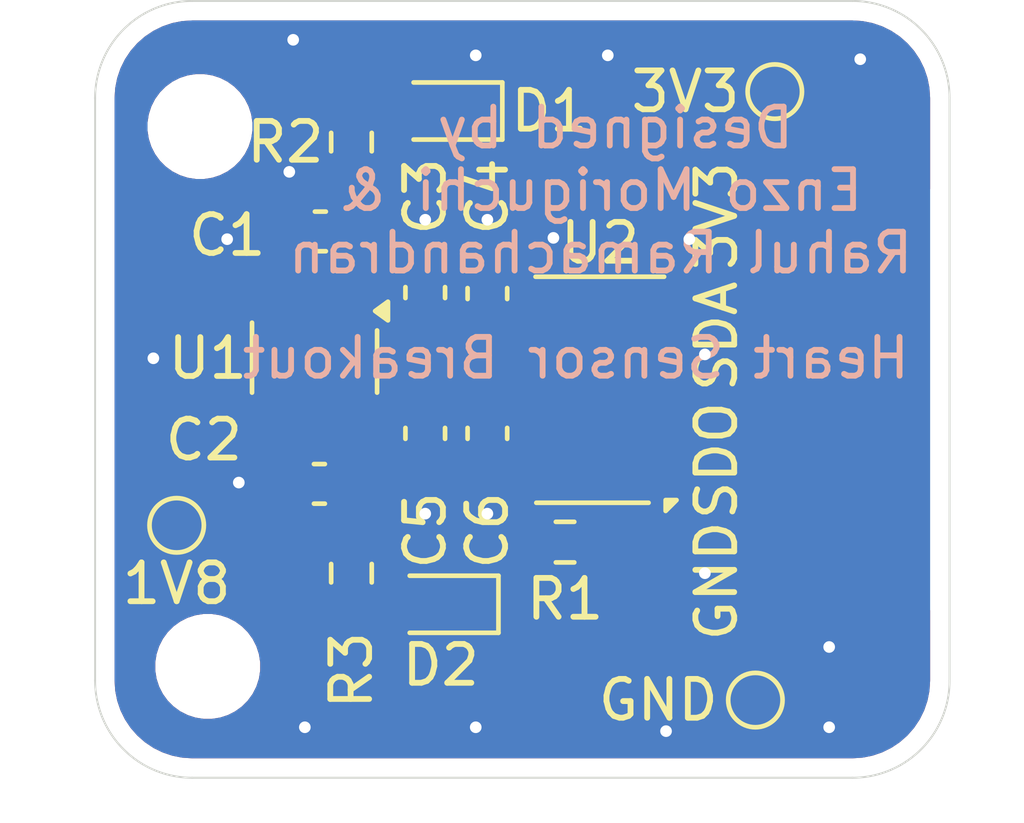
<source format=kicad_pcb>
(kicad_pcb (version 20241229) (generator "pcbnew") (generator_version "9.0")
  (layers (0 "F.Cu" signal) (2 "B.Cu" signal) (13 "F.Paste" user) (15 "B.Paste" user) (5 "F.SilkS" user "F.Silkscreen") (7 "B.SilkS" user "B.Silkscreen") (1 "F.Mask" user) (3 "B.Mask" user) (25 "Edge.Cuts" user))
  (net 0 "")
  (net 1 "+3V3")
  (net 2 "+1V8")
  (net 3 "GND")
  (net 4 "Net-(U2-~{INT})")
  (net 5 "Net-(D1-A)")
  (net 6 "Net-(D2-A)")
  (net 13 "I2C0_SDA")
  (net 15 "I2C0_SCL")
  (footprint "Capacitor_SMD:C_0603_1608Metric" (layer "F.Cu") (at 171 90.008334 90)
    (property "Reference" "C3" (at 2.475 0 90) (layer "F.SilkS"))
    (property "Value" "10u")
    (fp_line (start -0.14058 -0.51) (end 0.14058 -0.51) (stroke (width 0.12)) (layer "F.SilkS"))
    (fp_line (start -0.14058 0.51) (end 0.14058 0.51) (stroke (width 0.12)) (layer "F.SilkS"))
    (pad "1" smd roundrect (at -0.775 0 90) (size 0.9 0.95) (layers "F.Cu" "F.Mask" "F.Paste") (net 1 "+3V3"))
    (pad "2" smd roundrect (at 0.775 0 90) (size 0.9 0.95) (layers "F.Cu" "F.Mask" "F.Paste") (net 3 "GND"))
  )
  (footprint "TestPoint:TestPoint_Pad_D1.0mm" (layer "F.Cu") (at 164.6 96)
    (property "Reference" "1V8" (at 0 1.5 0) (layer "F.SilkS"))
    (property "Value" "TestPoint")
    (fp_circle (center 0 0) (end 0 0.7) (stroke (width 0.12)) (fill no) (layer "F.SilkS"))
    (pad "1" smd circle (at 0 0) (size 1 1) (layers "F.Cu" "F.Mask") (net 2 "+1V8"))
  )
  (footprint "LED_SMD:LED_0603_1608Metric" (layer "F.Cu") (at 171.4 98.033334 180)
    (property "Reference" "D2" (at 0 -1.566666 0) (layer "F.SilkS"))
    (property "Value" "5988E40107F")
    (fp_line (start 0.8 -0.735) (end -1.485 -0.735) (stroke (width 0.12)) (layer "F.SilkS"))
    (fp_line (start -1.485 0.735) (end 0.8 0.735) (stroke (width 0.12)) (layer "F.SilkS"))
    (fp_line (start -1.485 -0.735) (end -1.485 0.735) (stroke (width 0.12)) (layer "F.SilkS"))
    (pad "1" smd roundrect (at -0.7875 0 180) (size 0.875 0.95) (layers "F.Cu" "F.Mask" "F.Paste") (net 3 "GND"))
    (pad "2" smd roundrect (at 0.7875 0 180) (size 0.875 0.95) (layers "F.Cu" "F.Mask" "F.Paste") (net 6 "Net-(D2-A)"))
  )
  (footprint "TestPoint:TestPoint_Pad_D1.0mm" (layer "F.Cu") (at 180 84.833334)
    (property "Reference" "3V3" (at -2.3 0 0) (layer "F.SilkS"))
    (property "Value" "TestPoint")
    (fp_circle (center 0 0) (end 0 0.7) (stroke (width 0.12)) (fill no) (layer "F.SilkS"))
    (pad "1" smd circle (at 0 0) (size 1 1) (layers "F.Cu" "F.Mask") (net 1 "+3V3"))
  )
  (footprint "TestPoint:TestPoint_Pad_D1.0mm" (layer "F.Cu") (at 179.5 100.5)
    (property "Reference" "GND" (at -2.5 0 0) (layer "F.SilkS"))
    (property "Value" "TestPoint")
    (fp_circle (center 0 0) (end 0 0.7) (stroke (width 0.12)) (fill no) (layer "F.SilkS"))
    (pad "1" smd circle (at 0 0) (size 1 1) (layers "F.Cu" "F.Mask") (net 3 "GND"))
  )
  (footprint "Capacitor_SMD:C_0603_1608Metric" (layer "F.Cu") (at 172.6 93.633334 -90)
    (property "Reference" "C6" (at 2.5 0 90) (layer "F.SilkS"))
    (property "Value" "100n")
    (fp_line (start -0.14058 0.51) (end 0.14058 0.51) (stroke (width 0.12)) (layer "F.SilkS"))
    (fp_line (start -0.14058 -0.51) (end 0.14058 -0.51) (stroke (width 0.12)) (layer "F.SilkS"))
    (pad "1" smd roundrect (at -0.775 0 270) (size 0.9 0.95) (layers "F.Cu" "F.Mask" "F.Paste") (net 2 "+1V8"))
    (pad "2" smd roundrect (at 0.775 0 270) (size 0.9 0.95) (layers "F.Cu" "F.Mask" "F.Paste") (net 3 "GND"))
  )
  (footprint "MountingHole:MountingHole_2.2mm_M2" (layer "F.Cu") (at 165.4 99.633334)
    (property "Reference" "H1" (hide yes))
    (property "Value" "MountingHole")
    (pad "" np_thru_hole circle (at 0 0) (size 2.2 2.2) (drill 2.2) (layers "*.Cu" "*.Mask"))
  )
  (footprint "MountingHole:MountingHole_2.2mm_M2" (layer "F.Cu") (at 165.2 85.733334)
    (property "Reference" "H2" (hide yes))
    (property "Value" "MountingHole")
    (pad "" np_thru_hole circle (at 0 0) (size 2.2 2.2) (drill 2.2) (layers "*.Cu" "*.Mask"))
  )
  (footprint "Resistor_SMD:R_0603_1608Metric" (layer "F.Cu") (at 174.6 96.433334 180)
    (property "Reference" "R1" (at 0 -1.466666 0) (layer "F.SilkS"))
    (property "Value" "4k7")
    (fp_line (start -0.237258 0.5225) (end 0.237258 0.5225) (stroke (width 0.12)) (layer "F.SilkS"))
    (fp_line (start -0.237258 -0.5225) (end 0.237258 -0.5225) (stroke (width 0.12)) (layer "F.SilkS"))
    (pad "1" smd roundrect (at -0.825 0 180) (size 0.8 0.95) (layers "F.Cu" "F.Mask" "F.Paste") (net 1 "+3V3"))
    (pad "2" smd roundrect (at 0.825 0 180) (size 0.8 0.95) (layers "F.Cu" "F.Mask" "F.Paste") (net 4 "Net-(U2-~{INT})"))
  )
  (footprint "OptoDevice:Maxim_OLGA-14_3.3x5.6mm_P0.8mm" (layer "F.Cu") (at 175.5 92.5 180)
    (property "Reference" "U2" (at 0 3.766666 0) (layer "F.SilkS"))
    (property "Value" "MAX30102")
    (fp_line (start 1.66 2.9) (end -1.65 2.9) (stroke (width 0.12)) (layer "F.SilkS"))
    (fp_line (start -1.25 -2.92) (end 1.64 -2.92) (stroke (width 0.12)) (layer "F.SilkS"))
    (fp_poly (pts (xy -1.69 -2.85) (xy -1.97 -2.85) (xy -1.69 -3.13) (xy -1.69 -2.85)) (stroke (width 0.12)) (fill yes) (layer "F.SilkS"))
    (pad "1" smd roundrect (at -1.2 -2.4 180) (size 0.75 0.35) (layers "F.Cu" "F.Mask" "F.Paste"))
    (pad "2" smd roundrect (at -1.2 -1.6 180) (size 0.75 0.35) (layers "F.Cu" "F.Mask" "F.Paste") (net 15 "I2C0_SCL"))
    (pad "3" smd roundrect (at -1.2 -0.8 180) (size 0.75 0.35) (layers "F.Cu" "F.Mask" "F.Paste") (net 13 "I2C0_SDA"))
    (pad "4" smd roundrect (at -1.2 0 180) (size 0.75 0.35) (layers "F.Cu" "F.Mask" "F.Paste") (net 3 "GND"))
    (pad "5" smd roundrect (at -1.2 0.8 180) (size 0.75 0.35) (layers "F.Cu" "F.Mask" "F.Paste"))
    (pad "6" smd roundrect (at -1.2 1.6 180) (size 0.75 0.35) (layers "F.Cu" "F.Mask" "F.Paste"))
    (pad "7" smd roundrect (at -1.2 2.4 180) (size 0.75 0.35) (layers "F.Cu" "F.Mask" "F.Paste"))
    (pad "8" smd roundrect (at 1.2 2.4 180) (size 0.75 0.35) (layers "F.Cu" "F.Mask" "F.Paste"))
    (pad "9" smd roundrect (at 1.2 1.6 180) (size 0.75 0.35) (layers "F.Cu" "F.Mask" "F.Paste") (net 1 "+3V3"))
    (pad "10" smd roundrect (at 1.2 0.8 180) (size 0.75 0.35) (layers "F.Cu" "F.Mask" "F.Paste") (net 1 "+3V3"))
    (pad "11" smd roundrect (at 1.2 0 180) (size 0.75 0.35) (layers "F.Cu" "F.Mask" "F.Paste") (net 2 "+1V8"))
    (pad "12" smd roundrect (at 1.2 -0.8 180) (size 0.75 0.35) (layers "F.Cu" "F.Mask" "F.Paste") (net 3 "GND"))
    (pad "13" smd roundrect (at 1.2 -1.6 180) (size 0.75 0.35) (layers "F.Cu" "F.Mask" "F.Paste") (net 4 "Net-(U2-~{INT})"))
    (pad "14" smd roundrect (at 1.2 -2.4 180) (size 0.75 0.35) (layers "F.Cu" "F.Mask" "F.Paste"))
  )
  (footprint "Capacitor_SMD:C_0603_1608Metric" (layer "F.Cu") (at 172.6 90.033334 90)
    (property "Reference" "C4" (at 2.5 0 90) (layer "F.SilkS"))
    (property "Value" "100n")
    (fp_line (start -0.14058 -0.51) (end 0.14058 -0.51) (stroke (width 0.12)) (layer "F.SilkS"))
    (fp_line (start -0.14058 0.51) (end 0.14058 0.51) (stroke (width 0.12)) (layer "F.SilkS"))
    (pad "1" smd roundrect (at -0.775 0 90) (size 0.9 0.95) (layers "F.Cu" "F.Mask" "F.Paste") (net 1 "+3V3"))
    (pad "2" smd roundrect (at 0.775 0 90) (size 0.9 0.95) (layers "F.Cu" "F.Mask" "F.Paste") (net 3 "GND"))
  )
  (footprint "Resistor_SMD:R_0603_1608Metric" (layer "F.Cu") (at 169.1 86.133334 90)
    (property "Reference" "R2" (at 0 -1.7 180) (layer "F.SilkS"))
    (property "Value" "200")
    (fp_line (start -0.237258 -0.5225) (end 0.237258 -0.5225) (stroke (width 0.12)) (layer "F.SilkS"))
    (fp_line (start -0.237258 0.5225) (end 0.237258 0.5225) (stroke (width 0.12)) (layer "F.SilkS"))
    (pad "1" smd roundrect (at -0.825 0 90) (size 0.8 0.95) (layers "F.Cu" "F.Mask" "F.Paste") (net 1 "+3V3"))
    (pad "2" smd roundrect (at 0.825 0 90) (size 0.8 0.95) (layers "F.Cu" "F.Mask" "F.Paste") (net 5 "Net-(D1-A)"))
  )
  (footprint "Resistor_SMD:R_0603_1608Metric" (layer "F.Cu") (at 169.1 97.233334 -90)
    (property "Reference" "R3" (at 2.5 0 90) (layer "F.SilkS"))
    (property "Value" "49.9")
    (fp_line (start -0.237258 0.5225) (end 0.237258 0.5225) (stroke (width 0.12)) (layer "F.SilkS"))
    (fp_line (start -0.237258 -0.5225) (end 0.237258 -0.5225) (stroke (width 0.12)) (layer "F.SilkS"))
    (pad "1" smd roundrect (at -0.825 0 270) (size 0.8 0.95) (layers "F.Cu" "F.Mask" "F.Paste") (net 2 "+1V8"))
    (pad "2" smd roundrect (at 0.825 0 270) (size 0.8 0.95) (layers "F.Cu" "F.Mask" "F.Paste") (net 6 "Net-(D2-A)"))
  )
  (footprint "Connector_JST:JST_SH_SM04B-SRSS-TB_1x04-1MP_P1.00mm_Horizontal" (layer "F.Cu") (at 181.6 94.866667 90)
    (property "Reference" "J1" (hide yes))
    (property "Value" "Conn_01x04_Pin")
    (pad "1" smd roundrect (at -2.5 -0.3 90) (size 2 4) (layers "F.Cu" "F.Mask" "F.Paste") (net 3 "GND"))
    (pad "2" smd roundrect (at 0.566667 -0.3 90) (size 2 4) (layers "F.Cu" "F.Mask" "F.Paste") (net 15 "I2C0_SCL"))
    (pad "3" smd roundrect (at 3.633333 -0.3 90) (size 2 4) (layers "F.Cu" "F.Mask" "F.Paste") (net 13 "I2C0_SDA"))
    (pad "4" smd roundrect (at 6.7 -0.3 90) (size 2 4) (layers "F.Cu" "F.Mask" "F.Paste") (net 1 "+3V3"))
  )
  (footprint "Package_TO_SOT_SMD:SOT-23-5_HandSoldering" (layer "F.Cu") (at 168.15 91.683334 -90)
    (property "Reference" "U1" (at 0.016666 2.75 180) (layer "F.SilkS"))
    (property "Value" "TLV77018PDBVR")
    (fp_line (start -0.9 1.61) (end 0.9 1.61) (stroke (width 0.12)) (layer "F.SilkS"))
    (fp_line (start 0.1 -1.61) (end -0.7 -1.61) (stroke (width 0.12)) (layer "F.SilkS"))
    (fp_line (start 0.1 -1.61) (end 0.9 -1.61) (stroke (width 0.12)) (layer "F.SilkS"))
    (fp_poly (pts (xy -1.2 -1.56) (xy -1.44 -1.89) (xy -0.96 -1.89) (xy -1.2 -1.56)) (stroke (width 0.12)) (fill yes) (layer "F.SilkS"))
    (pad "1" smd roundrect (at -1.35 -0.95 270) (size 1.56 0.65) (layers "F.Cu" "F.Mask" "F.Paste") (net 1 "+3V3"))
    (pad "2" smd roundrect (at -1.35 0 270) (size 1.56 0.65) (layers "F.Cu" "F.Mask" "F.Paste") (net 3 "GND"))
    (pad "3" smd roundrect (at -1.35 0.95 270) (size 1.56 0.65) (layers "F.Cu" "F.Mask" "F.Paste") (net 1 "+3V3"))
    (pad "4" smd roundrect (at 1.35 0.95 270) (size 1.56 0.65) (layers "F.Cu" "F.Mask" "F.Paste"))
    (pad "5" smd roundrect (at 1.35 -0.95 270) (size 1.56 0.65) (layers "F.Cu" "F.Mask" "F.Paste") (net 2 "+1V8"))
  )
  (footprint "Capacitor_SMD:C_0603_1608Metric" (layer "F.Cu") (at 168.275 94.933334 180)
    (property "Reference" "C2" (at 2.975 1.133334 0) (layer "F.SilkS"))
    (property "Value" "0.47u")
    (fp_line (start -0.14058 0.51) (end 0.14058 0.51) (stroke (width 0.12)) (layer "F.SilkS"))
    (fp_line (start -0.14058 -0.51) (end 0.14058 -0.51) (stroke (width 0.12)) (layer "F.SilkS"))
    (pad "1" smd roundrect (at -0.775 0 180) (size 0.9 0.95) (layers "F.Cu" "F.Mask" "F.Paste") (net 2 "+1V8"))
    (pad "2" smd roundrect (at 0.775 0 180) (size 0.9 0.95) (layers "F.Cu" "F.Mask" "F.Paste") (net 3 "GND"))
  )
  (footprint "Capacitor_SMD:C_0603_1608Metric" (layer "F.Cu") (at 168.3 88.433334 180)
    (property "Reference" "C1" (at 2.4 -0.1 0) (layer "F.SilkS"))
    (property "Value" "1u")
    (fp_line (start -0.14058 0.51) (end 0.14058 0.51) (stroke (width 0.12)) (layer "F.SilkS"))
    (fp_line (start -0.14058 -0.51) (end 0.14058 -0.51) (stroke (width 0.12)) (layer "F.SilkS"))
    (pad "1" smd roundrect (at -0.775 0 180) (size 0.9 0.95) (layers "F.Cu" "F.Mask" "F.Paste") (net 1 "+3V3"))
    (pad "2" smd roundrect (at 0.775 0 180) (size 0.9 0.95) (layers "F.Cu" "F.Mask" "F.Paste") (net 3 "GND"))
  )
  (footprint "Capacitor_SMD:C_0603_1608Metric" (layer "F.Cu") (at 171 93.633334 -90)
    (property "Reference" "C5" (at 2.5 0 90) (layer "F.SilkS"))
    (property "Value" "4u7")
    (fp_line (start -0.14058 0.51) (end 0.14058 0.51) (stroke (width 0.12)) (layer "F.SilkS"))
    (fp_line (start -0.14058 -0.51) (end 0.14058 -0.51) (stroke (width 0.12)) (layer "F.SilkS"))
    (pad "1" smd roundrect (at -0.775 0 270) (size 0.9 0.95) (layers "F.Cu" "F.Mask" "F.Paste") (net 2 "+1V8"))
    (pad "2" smd roundrect (at 0.775 0 270) (size 0.9 0.95) (layers "F.Cu" "F.Mask" "F.Paste") (net 3 "GND"))
  )
  (footprint "LED_SMD:LED_0603_1608Metric" (layer "F.Cu") (at 171.5 85.333334 180)
    (property "Reference" "D1" (at -2.7 0 0) (layer "F.SilkS"))
    (property "Value" "LTST-C190KGKT")
    (fp_line (start 0.8 -0.735) (end -1.485 -0.735) (stroke (width 0.12)) (layer "F.SilkS"))
    (fp_line (start -1.485 0.735) (end 0.8 0.735) (stroke (width 0.12)) (layer "F.SilkS"))
    (fp_line (start -1.485 -0.735) (end -1.485 0.735) (stroke (width 0.12)) (layer "F.SilkS"))
    (pad "1" smd roundrect (at -0.7875 0 180) (size 0.875 0.95) (layers "F.Cu" "F.Mask" "F.Paste") (net 3 "GND"))
    (pad "2" smd roundrect (at 0.7875 0 180) (size 0.875 0.95) (layers "F.Cu" "F.Mask" "F.Paste") (net 5 "Net-(D1-A)"))
  )
  (gr_arc (start 184.5 100) (mid 183.767767 101.767767) (end 182 102.5) (stroke (width 0.05)) (layer "Edge.Cuts"))
  (gr_line (start 162.5 85) (end 162.5 100) (stroke (width 0.05)) (layer "Edge.Cuts"))
  (gr_line (start 182 102.5) (end 165 102.5) (stroke (width 0.05)) (layer "Edge.Cuts"))
  (gr_line (start 165 82.5) (end 182 82.5) (stroke (width 0.05)) (layer "Edge.Cuts"))
  (gr_arc (start 182 82.5) (mid 183.767767 83.232233) (end 184.5 85) (stroke (width 0.05)) (layer "Edge.Cuts"))
  (gr_arc (start 165 102.5) (mid 163.232233 101.767767) (end 162.5 100) (stroke (width 0.05)) (layer "Edge.Cuts"))
  (gr_line (start 184.5 85) (end 184.5 100) (stroke (width 0.05)) (layer "Edge.Cuts"))
  (gr_arc (start 162.5 85) (mid 163.232233 83.232233) (end 165 82.5) (stroke (width 0.05)) (layer "Edge.Cuts"))
  (gr_text "GND" (at 178.5 97.433334 90) (layer "F.SilkS") (effects (font (size 1 1))))
  (gr_text "SDA" (at 178.5 91.133334 90) (layer "F.SilkS") (effects (font (size 1 1))))
  (gr_text "3V3" (at 178.5 88.033334 90) (layer "F.SilkS") (effects (font (size 1 1))))
  (gr_text "SDO" (at 178.5 94.333334 90) (layer "F.SilkS") (effects (font (size 1 1))))
  (gr_text "Designed by \nEnzo Moriguchi &\nRahul Ramachandran" (at 175.514 87.376 0) (layer "B.SilkS") (effects (font (size 1 1)) (justify mirror)))
  (gr_text "Heart Sensor Breakout" (at 174.879 91.694 0) (layer "B.SilkS") (effects (font (size 1 1)) (justify mirror)))
  (segment (start 181.3 88.166667) (end 180.091667 86.958334) (width 0.5) (layer "F.Cu") (net 1))
  (segment (start 170.55 90.333334) (end 171 90.783334) (width 0.5) (layer "F.Cu") (net 1))
  (segment (start 180.091667 86.958334) (end 169.1 86.958334) (width 0.5) (layer "F.Cu") (net 1))
  (segment (start 167.2 91.113333) (end 167.2 90.333334) (width 0.5) (layer "F.Cu") (net 1))
  (segment (start 171 90.783334) (end 172.575 90.783334) (width 0.5) (layer "F.Cu") (net 1))
  (segment (start 167.651001 91.564334) (end 167.2 91.113333) (width 0.5) (layer "F.Cu") (net 1))
  (segment (start 172.6 90.808334) (end 174.208334 90.808334) (width 0.5) (layer "F.Cu") (net 1))
  (segment (start 175.425 96.433334) (end 175.425 92.450002) (width 0.25) (layer "F.Cu") (net 1))
  (segment (start 169.1 90.333334) (end 169.1 91.113333) (width 0.5) (layer "F.Cu") (net 1))
  (segment (start 169.075 90.308334) (end 169.1 90.333334) (width 0.5) (layer "F.Cu") (net 1))
  (segment (start 174.208334 90.808334) (end 174.3 90.9) (width 0.5) (layer "F.Cu") (net 1))
  (segment (start 169.1 88.408334) (end 169.075 88.433334) (width 0.5) (layer "F.Cu") (net 1))
  (segment (start 180.091667 86.958334) (end 180 86.866667) (width 0.5) (layer "F.Cu") (net 1))
  (segment (start 169.1 91.113333) (end 168.648999 91.564334) (width 0.5) (layer "F.Cu") (net 1))
  (segment (start 174.3 90.9) (end 174.3 91.7) (width 0.5) (layer "F.Cu") (net 1))
  (segment (start 168.648999 91.564334) (end 167.651001 91.564334) (width 0.5) (layer "F.Cu") (net 1))
  (segment (start 169.1 86.958334) (end 169.1 88.408334) (width 0.5) (layer "F.Cu") (net 1))
  (segment (start 169.1 90.333334) (end 170.55 90.333334) (width 0.5) (layer "F.Cu") (net 1))
  (segment (start 172.575 90.783334) (end 172.6 90.808334) (width 0.5) (layer "F.Cu") (net 1))
  (segment (start 169.075 88.433334) (end 169.075 90.308334) (width 0.5) (layer "F.Cu") (net 1))
  (segment (start 180 86.866667) (end 180 84.833334) (width 0.5) (layer "F.Cu") (net 1))
  (segment (start 174.674998 91.7) (end 174.3 91.7) (width 0.25) (layer "F.Cu") (net 1))
  (segment (start 175.425 92.450002) (end 174.674998 91.7) (width 0.25) (layer "F.Cu") (net 1))
  (segment (start 172.6 92.858334) (end 172.958334 92.5) (width 0.5) (layer "F.Cu") (net 2))
  (segment (start 169.1 93.033334) (end 170.825 93.033334) (width 0.5) (layer "F.Cu") (net 2))
  (segment (start 170.825 93.033334) (end 171 92.858334) (width 0.5) (layer "F.Cu") (net 2))
  (segment (start 169.1 96.408334) (end 169.1 94.983334) (width 0.5) (layer "F.Cu") (net 2))
  (segment (start 172.958334 92.5) (end 174.3 92.5) (width 0.5) (layer "F.Cu") (net 2))
  (segment (start 171 92.858334) (end 172.6 92.858334) (width 0.5) (layer "F.Cu") (net 2))
  (segment (start 169.1 96.408334) (end 168.208334 97.3) (width 0.25) (layer "F.Cu") (net 2))
  (segment (start 169.1 94.983334) (end 169.05 94.933334) (width 0.5) (layer "F.Cu") (net 2))
  (segment (start 165.9 97.3) (end 164.6 96) (width 0.25) (layer "F.Cu") (net 2))
  (segment (start 169.125 95.008334) (end 169.05 94.933334) (width 0.5) (layer "F.Cu") (net 2))
  (segment (start 169.05 93.083334) (end 169.1 93.033334) (width 0.5) (layer "F.Cu") (net 2))
  (segment (start 168.208334 97.3) (end 165.9 97.3) (width 0.25) (layer "F.Cu") (net 2))
  (segment (start 169.05 94.933334) (end 169.05 93.083334) (width 0.5) (layer "F.Cu") (net 2))
  (segment (start 168.15 90.333334) (end 168.15 89.058334) (width 0.25) (layer "F.Cu") (net 3))
  (segment (start 168.15 89.058334) (end 167.525 88.433334) (width 0.25) (layer "F.Cu") (net 3))
  (segment (start 177.3 92.5) (end 178.2 91.6) (width 0.25) (layer "F.Cu") (net 3))
  (segment (start 173.708334 93.3) (end 172.6 94.408334) (width 0.25) (layer "F.Cu") (net 3))
  (segment (start 176.7 92.5) (end 177.3 92.5) (width 0.25) (layer "F.Cu") (net 3))
  (segment (start 174.3 93.3) (end 173.708334 93.3) (width 0.25) (layer "F.Cu") (net 3))
  (via (at 178.2 91.6) (size 0.6) (drill 0.3) (layers "F.Cu" "B.Cu") (net 3))
  (via (at 165.9 88.633334) (size 0.6) (drill 0.3) (layers "F.Cu" "B.Cu") (net 3))
  (via (at 172.3 101.2) (size 0.6) (drill 0.3) (layers "F.Cu" "B.Cu") (net 3))
  (via (at 172.3 83.9) (size 0.6) (drill 0.3) (layers "F.Cu" "B.Cu") (net 3))
  (via (at 167.6 83.5) (size 0.6) (drill 0.3) (layers "F.Cu" "B.Cu") (net 3))
  (via (at 172.6 88.133334) (size 0.6) (drill 0.3) (layers "F.Cu" "B.Cu") (net 3))
  (via (at 181.4 99.133334) (size 0.6) (drill 0.3) (layers "F.Cu" "B.Cu") (net 3))
  (via (at 178.2 97.233334) (size 0.6) (drill 0.3) (layers "F.Cu" "B.Cu") (net 3))
  (via (at 181.4 101.2) (size 0.6) (drill 0.3) (layers "F.Cu" "B.Cu") (net 3))
  (via (at 172.6 95.7) (size 0.6) (drill 0.3) (layers "F.Cu" "B.Cu") (net 3))
  (via (at 171 88.133334) (size 0.6) (drill 0.3) (layers "F.Cu" "B.Cu") (net 3))
  (via (at 177.2 101.3) (size 0.6) (drill 0.3) (layers "F.Cu" "B.Cu") (net 3))
  (via (at 175.7 83.9) (size 0.6) (drill 0.3) (layers "F.Cu" "B.Cu") (net 3))
  (via (at 167.9 101.2) (size 0.6) (drill 0.3) (layers "F.Cu" "B.Cu") (net 3))
  (via (at 174.3 88.6) (size 0.6) (drill 0.3) (layers "F.Cu" "B.Cu") (net 3))
  (via (at 167.5 86.9) (size 0.6) (drill 0.3) (layers "F.Cu" "B.Cu") (net 3))
  (via (at 164 91.7) (size 0.6) (drill 0.3) (layers "F.Cu" "B.Cu") (net 3))
  (via (at 166.2 94.9) (size 0.6) (drill 0.3) (layers "F.Cu" "B.Cu") (net 3))
  (via (at 182.2 84) (size 0.6) (drill 0.3) (layers "F.Cu" "B.Cu") (net 3))
  (via (at 171 95.7) (size 0.6) (drill 0.3) (layers "F.Cu" "B.Cu") (net 3))
  (via (at 177.8 88.633334) (size 0.6) (drill 0.3) (layers "F.Cu" "B.Cu") (net 3))
  (segment (start 173.925001 94.1) (end 173.4 94.625001) (width 0.25) (layer "F.Cu") (net 4))
  (segment (start 173.4 94.625001) (end 173.4 96.058334) (width 0.25) (layer "F.Cu") (net 4))
  (segment (start 174.3 94.1) (end 173.925001 94.1) (width 0.25) (layer "F.Cu") (net 4))
  (segment (start 173.4 96.058334) (end 173.775 96.433334) (width 0.25) (layer "F.Cu") (net 4))
  (segment (start 169.125 85.333334) (end 169.1 85.308334) (width 0.25) (layer "F.Cu") (net 5))
  (segment (start 170.7125 85.333334) (end 169.125 85.333334) (width 0.25) (layer "F.Cu") (net 5))
  (segment (start 170.5875 98.058334) (end 170.6125 98.033334) (width 0.25) (layer "F.Cu") (net 6))
  (segment (start 169.1 98.058334) (end 170.5875 98.058334) (width 0.25) (layer "F.Cu") (net 6))
  (segment (start 178.2 93.3) (end 176.7 93.3) (width 0.25) (layer "F.Cu") (net 13))
  (segment (start 180.266666 91.233334) (end 178.2 93.3) (width 0.25) (layer "F.Cu") (net 13))
  (segment (start 181.3 91.233334) (end 180.266666 91.233334) (width 0.25) (layer "F.Cu") (net 13))
  (segment (start 181.1 94.1) (end 176.7 94.1) (width 0.25) (layer "F.Cu") (net 15))
  (segment (start 181.3 94.3) (end 181.1 94.1) (width 0.25) (layer "F.Cu") (net 15))
  (zone (net 3) (net_name "GND") (layers "F.Cu" "B.Cu") (connect_pads (clearance 0.5)) (min_thickness 0.25) (fill yes (thermal_gap 0.5) (thermal_bridge_width 0.5))
    (polygon (pts (xy 162.5 82.5) (xy 184.5 82.5) (xy 184.5 102.5) (xy 162.5 102.5)))
  )
)
</source>
